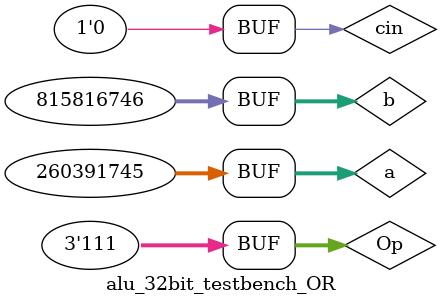
<source format=v>
`define DELAY 20
module alu_32bit_testbench_OR();


reg [31:0] a;
reg [31:0] b;
reg cin;
reg [2:0] Op;

wire [31:0] R;
wire cout, V, S;

/*
module alu_32bit(a, b, Aluop, cin, cout, R, S, V);
input [2:0] Aluop;
input [31:0] a;
input [31:0] b;
output [31:0] R;
input cin;
output cout ,S, V;
*/

alu_32bit myALU(a, b, Op, cin, cout, R, S, V);

initial begin


//OR
a = 32'b10101010101010101010101010101010; 
b = 32'b01010101010101010101010101010101; 
cin = 1'b0;
Op = 3'b111;
#`DELAY;


a = 32'b01010101010101010100000000000000; 
b = 32'b00000000101111111110101010101010; 
cin = 1'b0;
Op = 3'b111;
#`DELAY;

a = 32'b01010101010101010100001111000000; 
b = 32'b00000000101000000110101010101010; 
cin = 1'b0;
Op = 3'b111;
#`DELAY;

a = 32'b10000000000001010100001111000000; 
b = 32'b01110000101000000110000000101010; 
cin = 1'b0;
Op = 3'b111;
#`DELAY;

a = 32'b00001111100001010100001101000001; 
b = 32'b00110000101000000110000000101010; 
cin = 1'b0;
Op = 3'b111;
#`DELAY;

end



initial begin

$monitor("time = %2d, \na=%32b,\nb=%32b, \nR=%32b,\n cin =%1b, cout=%1b, Op%3b V=%1b S=%1b", $time, a, b, R, cin, cout, Op, V, S);

end


endmodule


</source>
